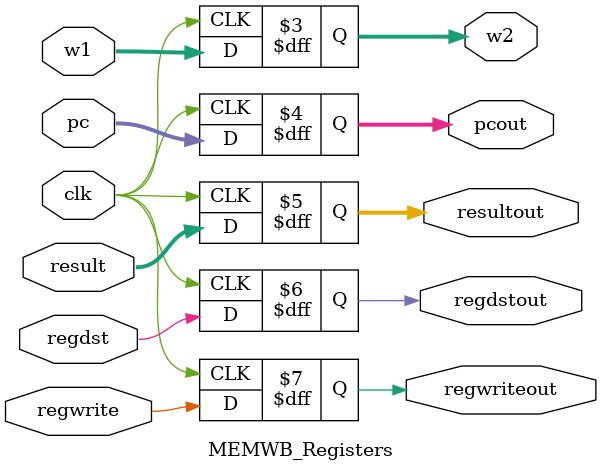
<source format=v>
`timescale 1ns / 1ps

module MEMWB_Registers(clk,pc,result,regdst,regwrite,w1,pcout,resultout,regdstout,regwriteout,w2);
input clk;           
input [4:0]w1;
output reg[4:0]w2;
input [31:0]pc,result;
input regdst;
input regwrite;
output reg[31:0]pcout,resultout;
output reg regdstout;
output reg regwriteout;
initial begin
pcout=0;
resultout=0;
w2=0;
regdstout=0;
regwriteout=0;
end
always@(posedge clk) begin
pcout=pc;
resultout=result;
w2=w1;
regdstout=regdst;
regwriteout=regwrite;
end
endmodule

</source>
